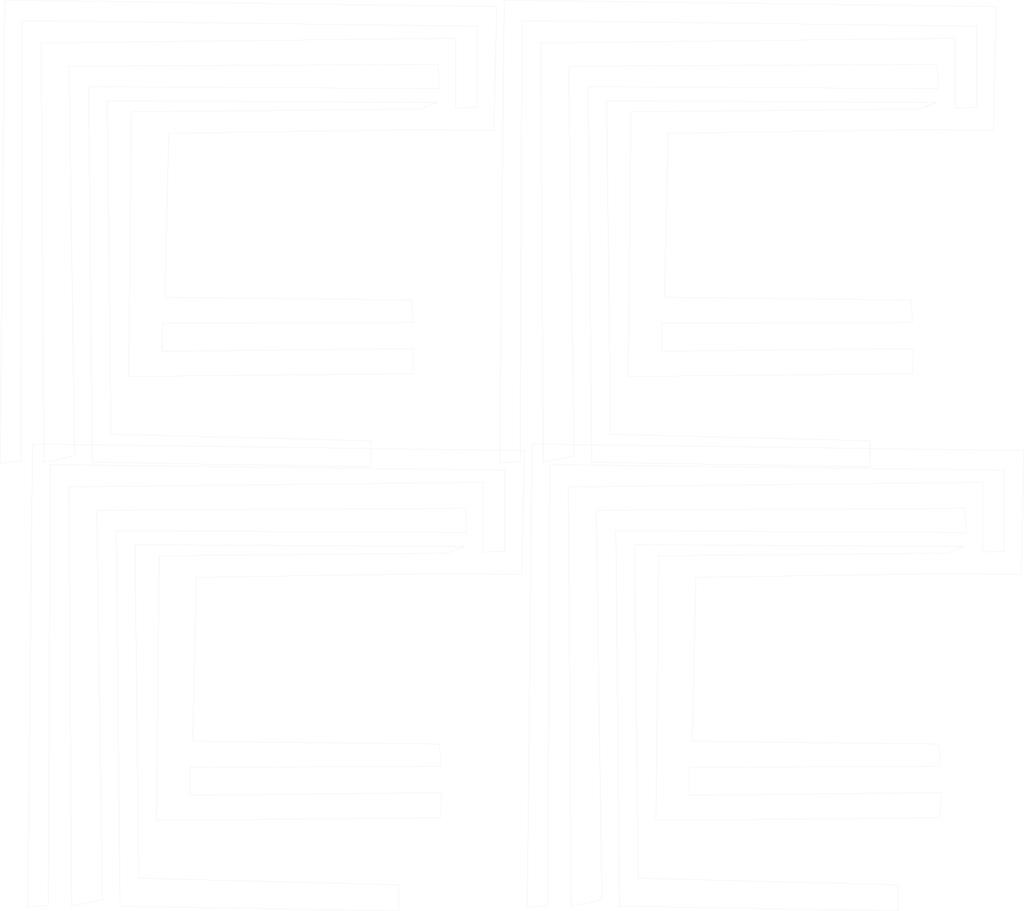
<source format=kicad_pcb>
(kicad_pcb (version 20221018) (generator pcbnew)

  (general
    (thickness 1.6)
  )

  (paper "A4")
  (layers
    (0 "F.Cu" signal)
    (31 "B.Cu" signal)
    (32 "B.Adhes" user "B.Adhesive")
    (33 "F.Adhes" user "F.Adhesive")
    (34 "B.Paste" user)
    (35 "F.Paste" user)
    (36 "B.SilkS" user "B.Silkscreen")
    (37 "F.SilkS" user "F.Silkscreen")
    (38 "B.Mask" user)
    (39 "F.Mask" user)
    (40 "Dwgs.User" user "User.Drawings")
    (41 "Cmts.User" user "User.Comments")
    (42 "Eco1.User" user "User.Eco1")
    (43 "Eco2.User" user "User.Eco2")
    (44 "Edge.Cuts" user)
    (45 "Margin" user)
    (46 "B.CrtYd" user "B.Courtyard")
    (47 "F.CrtYd" user "F.Courtyard")
    (48 "B.Fab" user)
    (49 "F.Fab" user)
    (50 "User.1" user)
    (51 "User.2" user)
    (52 "User.3" user)
    (53 "User.4" user)
    (54 "User.5" user)
    (55 "User.6" user)
    (56 "User.7" user)
    (57 "User.8" user)
    (58 "User.9" user)
  )

  (setup
    (stackup
      (layer "F.SilkS" (type "Top Silk Screen"))
      (layer "F.Paste" (type "Top Solder Paste"))
      (layer "F.Mask" (type "Top Solder Mask") (thickness 0.01))
      (layer "F.Cu" (type "copper") (thickness 0.035))
      (layer "dielectric 1" (type "core") (thickness 1.51) (material "FR4") (epsilon_r 4.5) (loss_tangent 0.02))
      (layer "B.Cu" (type "copper") (thickness 0.035))
      (layer "B.Mask" (type "Bottom Solder Mask") (thickness 0.01))
      (layer "B.Paste" (type "Bottom Solder Paste"))
      (layer "B.SilkS" (type "Bottom Silk Screen"))
      (layer "F.SilkS" (type "Top Silk Screen"))
      (layer "F.Paste" (type "Top Solder Paste"))
      (layer "F.Mask" (type "Top Solder Mask") (thickness 0.01))
      (layer "F.Cu" (type "copper") (thickness 0.035))
      (layer "dielectric 1" (type "core") (thickness 1.51) (material "FR4") (epsilon_r 4.5) (loss_tangent 0.02))
      (layer "B.Cu" (type "copper") (thickness 0.035))
      (layer "B.Mask" (type "Bottom Solder Mask") (thickness 0.01))
      (layer "B.Paste" (type "Bottom Solder Paste"))
      (layer "B.SilkS" (type "Bottom Silk Screen"))
      (layer "F.SilkS" (type "Top Silk Screen"))
      (layer "F.Paste" (type "Top Solder Paste"))
      (layer "F.Mask" (type "Top Solder Mask") (thickness 0.01))
      (layer "F.Cu" (type "copper") (thickness 0.035))
      (layer "dielectric 1" (type "core") (thickness 1.51) (material "FR4") (epsilon_r 4.5) (loss_tangent 0.02))
      (layer "B.Cu" (type "copper") (thickness 0.035))
      (layer "B.Mask" (type "Bottom Solder Mask") (thickness 0.01))
      (layer "B.Paste" (type "Bottom Solder Paste"))
      (layer "B.SilkS" (type "Bottom Silk Screen"))
      (layer "F.SilkS" (type "Top Silk Screen"))
      (layer "F.Paste" (type "Top Solder Paste"))
      (layer "F.Mask" (type "Top Solder Mask") (thickness 0.01))
      (layer "F.Cu" (type "copper") (thickness 0.035))
      (layer "dielectric 1" (type "core") (thickness 1.51) (material "FR4") (epsilon_r 4.5) (loss_tangent 0.02))
      (layer "B.Cu" (type "copper") (thickness 0.035))
      (layer "B.Mask" (type "Bottom Solder Mask") (thickness 0.01))
      (layer "B.Paste" (type "Bottom Solder Paste"))
      (layer "B.SilkS" (type "Bottom Silk Screen"))
      (copper_finish "None")
      (dielectric_constraints no)
    )
    (pad_to_mask_clearance 0)
    (pcbplotparams
      (layerselection 0x00010fc_ffffffff)
      (plot_on_all_layers_selection 0x0000000_00000000)
      (disableapertmacros false)
      (usegerberextensions false)
      (usegerberattributes true)
      (usegerberadvancedattributes true)
      (creategerberjobfile true)
      (dashed_line_dash_ratio 12.000000)
      (dashed_line_gap_ratio 3.000000)
      (svgprecision 4)
      (plotframeref false)
      (viasonmask false)
      (mode 1)
      (useauxorigin false)
      (hpglpennumber 1)
      (hpglpenspeed 20)
      (hpglpendiameter 15.000000)
      (dxfpolygonmode true)
      (dxfimperialunits true)
      (dxfusepcbnewfont true)
      (psnegative false)
      (psa4output false)
      (plotreference true)
      (plotvalue true)
      (plotinvisibletext false)
      (sketchpadsonfab false)
      (subtractmaskfromsilk false)
      (outputformat 1)
      (mirror false)
      (drillshape 1)
      (scaleselection 1)
      (outputdirectory "")
    )
  )

  (net 0 "")

  (gr_line (start 339.999937 295.88989) (end 340.329937 286.82989)
    (stroke (width 0.05) (type default)) (layer "Edge.Cuts") (tstamp 00fc81bd-67d5-4512-bb89-ee5c07077e96))
  (gr_line (start 69.679937 287.82989) (end 69.679937 277.75989)
    (stroke (width 0.05) (type default)) (layer "Edge.Cuts") (tstamp 0228d236-9856-4141-85a3-07c31d371986))
  (gr_line (start 208.119937 165.43989) (end 206.099937 25.08989)
    (stroke (width 0.05) (type default)) (layer "Edge.Cuts") (tstamp 025dc10f-c813-44b9-9612-7ced5f28e120))
  (gr_line (start 250.679937 268.35989) (end 252.029937 209.26989)
    (stroke (width 0.05) (type default)) (layer "Edge.Cuts") (tstamp 0579b8f0-5f52-48d7-a0bd-41be5470f17a))
  (gr_line (start 181.249937 168.12989) (end 188.639937 167.44989)
    (stroke (width 0.05) (type default)) (layer "Edge.Cuts") (tstamp 057ca292-c860-44b1-9f3e-30d54c51a8df))
  (gr_line (start 339.059937 24.41989) (end 339.399937 33.14989)
    (stroke (width 0.05) (type default)) (layer "Edge.Cuts") (tstamp 0645ab93-1f16-4ca6-84de-5b88c9f490d2))
  (gr_line (start 221.209937 157.71989) (end 219.869937 37.50989)
    (stroke (width 0.05) (type default)) (layer "Edge.Cuts") (tstamp 084f1e77-a357-4a68-92a9-74a4788e4b39))
  (gr_line (start 219.869937 37.50989) (end 338.729937 38.18989)
    (stroke (width 0.05) (type default)) (layer "Edge.Cuts") (tstamp 08dbb900-9243-4d00-bac9-6535b97a5898))
  (gr_line (start 47.589937 136.89989) (end 149.999937 135.88989)
    (stroke (width 0.05) (type default)) (layer "Edge.Cuts") (tstamp 0cfaf3ac-cc20-43a5-a355-bd057e0f2a57))
  (gr_line (start 134.889937 169.46989) (end 134.889937 160.06989)
    (stroke (width 0.05) (type default)) (layer "Edge.Cuts") (tstamp 126e8e5b-33d1-4d40-86a3-b0fa5dbfe110))
  (gr_line (start 240.679937 108.35989) (end 242.029937 49.26989)
    (stroke (width 0.05) (type default)) (layer "Edge.Cuts") (tstamp 127f1962-ab55-4e1b-9ac0-4c4391f60955))
  (gr_line (start 59.679937 117.75989) (end 149.999937 117.42989)
    (stroke (width 0.05) (type default)) (layer "Edge.Cuts") (tstamp 12d56d2c-962d-4332-acbb-da9d169cd39f))
  (gr_line (start 27.039937 327.78989) (end 38.119937 325.43989)
    (stroke (width 0.05) (type default)) (layer "Edge.Cuts") (tstamp 142f4a84-2e54-4446-9f7b-a36f6bb9ddf2))
  (gr_line (start 330.329937 126.82989) (end 239.679937 127.82989)
    (stroke (width 0.05) (type default)) (layer "Edge.Cuts") (tstamp 1af61c4b-be49-4a7e-9261-c29877c299c7))
  (gr_line (start 159.999937 295.88989) (end 160.329937 286.82989)
    (stroke (width 0.05) (type default)) (layer "Edge.Cuts") (tstamp 1cadc64c-fa71-49ce-a4e7-cd39e7038a80))
  (gr_line (start 60.679937 108.35989) (end 62.029937 49.26989)
    (stroke (width 0.05) (type default)) (layer "Edge.Cuts") (tstamp 1dec6aef-cd91-4233-aef5-30409b5664e4))
  (gr_line (start 223.149937 192.47989) (end 224.489937 327.78989)
    (stroke (width 0.05) (type default)) (layer "Edge.Cuts") (tstamp 224bc28f-ddf1-49ff-a65f-bc3f4b8c5749))
  (gr_line (start 11.249937 328.12989) (end 18.639937 327.44989)
    (stroke (width 0.05) (type default)) (layer "Edge.Cuts") (tstamp 237e3756-b559-4073-b4a9-775a14922acf))
  (gr_line (start 175.439937 175.01989) (end 26.029937 176.69989)
    (stroke (width 0.05) (type default)) (layer "Edge.Cuts") (tstamp 2a00d885-d029-4a85-97bc-9fd35ac17db0))
  (gr_line (start 189.209937 208.25989) (end 190.219937 163.59989)
    (stroke (width 0.05) (type default)) (layer "Edge.Cuts") (tstamp 2aaf11ef-cb34-41b7-9dfb-bf60df9babda))
  (gr_line (start 249.679937 287.82989) (end 249.679937 277.75989)
    (stroke (width 0.05) (type default)) (layer "Edge.Cuts") (tstamp 2c2498d6-b54c-4f65-ae2c-fdde723a61be))
  (gr_line (start 34.489937 167.78989) (end 134.889937 169.46989)
    (stroke (width 0.05) (type default)) (layer "Edge.Cuts") (tstamp 2dd2a237-af67-44e2-a16f-98fec59edc58))
  (gr_line (start 33.149937 32.47989) (end 34.489937 167.78989)
    (stroke (width 0.05) (type default)) (layer "Edge.Cuts") (tstamp 2ea669bf-af2e-4405-9035-2707ec05e947))
  (gr_line (start 333.019937 47.91989) (end 359.209937 48.25989)
    (stroke (width 0.05) (type default)) (layer "Edge.Cuts") (tstamp 35fa8f3e-8b48-455e-86ad-b65a49fb6b13))
  (gr_line (start 218.119937 325.43989) (end 216.099937 185.08989)
    (stroke (width 0.05) (type default)) (layer "Edge.Cuts") (tstamp 39d13ec2-6fa4-4f97-af7c-18e1bd46a2e2))
  (gr_line (start 239.679937 127.82989) (end 239.679937 117.75989)
    (stroke (width 0.05) (type default)) (layer "Edge.Cuts") (tstamp 3c6545c8-cab1-4422-a4b9-bcc231a7cf46))
  (gr_line (start 345.439937 15.01989) (end 196.029937 16.69989)
    (stroke (width 0.05) (type default)) (layer "Edge.Cuts") (tstamp 3cdda1bb-4ce5-462d-b3e4-db83912488d4))
  (gr_line (start 165.439937 15.01989) (end 16.029937 16.69989)
    (stroke (width 0.05) (type default)) (layer "Edge.Cuts") (tstamp 3d505081-edc6-4c46-974f-c586f52edc61))
  (gr_line (start 239.679937 117.75989) (end 329.999937 117.42989)
    (stroke (width 0.05) (type default)) (layer "Edge.Cuts") (tstamp 3e321144-57df-4f2f-9fdb-0c806479425c))
  (gr_line (start 353.159937 10.64989) (end 353.159937 39.85989)
    (stroke (width 0.05) (type default)) (layer "Edge.Cuts") (tstamp 3fe92c66-b471-4760-95c7-cc47e0d8b738))
  (gr_line (start 342.349937 200.53989) (end 238.599937 201.53989)
    (stroke (width 0.05) (type default)) (layer "Edge.Cuts") (tstamp 44a6bf5f-eb37-4e79-9c30-c8e5017b193e))
  (gr_line (start 159.059937 24.41989) (end 159.399937 33.14989)
    (stroke (width 0.05) (type default)) (layer "Edge.Cuts") (tstamp 46ed52f9-8071-461a-b6d5-02b399e82038))
  (gr_line (start 198.639937 327.44989) (end 199.309937 168.63989)
    (stroke (width 0.05) (type default)) (layer "Edge.Cuts") (tstamp 486319a5-9acc-46cb-93a5-0e3b76432258))
  (gr_line (start 153.019937 47.91989) (end 179.209937 48.25989)
    (stroke (width 0.05) (type default)) (layer "Edge.Cuts") (tstamp 486b13e1-2742-4721-a66d-c0578f0c163b))
  (gr_line (start 51.209937 317.71989) (end 49.869937 197.50989)
    (stroke (width 0.05) (type default)) (layer "Edge.Cuts") (tstamp 4d8c2aa3-fb92-4bde-bac7-b3f457dfe4ff))
  (gr_line (start 182.929937 1.24989) (end 181.249937 168.12989)
    (stroke (width 0.05) (type default)) (layer "Edge.Cuts") (tstamp 51847a6a-0b87-4227-96a4-dcf11ad0dc16))
  (gr_line (start 159.999937 277.42989) (end 159.659937 269.36989)
    (stroke (width 0.05) (type default)) (layer "Edge.Cuts") (tstamp 530c96f5-d93a-4b72-950e-18b745142af0))
  (gr_line (start 345.439937 40.19989) (end 345.439937 15.01989)
    (stroke (width 0.05) (type default)) (layer "Edge.Cuts") (tstamp 53a455f1-3738-4204-b191-dd0e1b902105))
  (gr_line (start 183.159937 199.85989) (end 175.439937 200.19989)
    (stroke (width 0.05) (type default)) (layer "Edge.Cuts") (tstamp 54e8d0c7-92a5-4f79-9a00-8604aee17045))
  (gr_line (start 134.889937 160.06989) (end 41.209937 157.71989)
    (stroke (width 0.05) (type default)) (layer "Edge.Cuts") (tstamp 5a238968-0aac-4699-b2ca-83e9c6d29d9e))
  (gr_line (start 355.439937 175.01989) (end 206.029937 176.69989)
    (stroke (width 0.05) (type default)) (layer "Edge.Cuts") (tstamp 5c6517d9-f352-473d-8fb0-a5ad33e60819))
  (gr_line (start 238.599937 201.53989) (end 237.589937 296.89989)
    (stroke (width 0.05) (type default)) (layer "Edge.Cuts") (tstamp 5d37570e-ffff-41b3-9415-7ae0e89ce566))
  (gr_line (start 62.029937 49.26989) (end 153.019937 47.91989)
    (stroke (width 0.05) (type default)) (layer "Edge.Cuts") (tstamp 5e1458d2-5fe3-492b-b31f-c239d5287be4))
  (gr_line (start 36.099937 185.08989) (end 169.059937 184.41989)
    (stroke (width 0.05) (type default)) (layer "Edge.Cuts") (tstamp 5e774a0d-2fba-4979-854d-12d656615a47))
  (gr_line (start 338.729937 38.18989) (end 332.349937 40.53989)
    (stroke (width 0.05) (type default)) (layer "Edge.Cuts") (tstamp 5f5d96f1-11bf-4fd1-8b19-8bd8920a1b93))
  (gr_line (start 17.039937 167.78989) (end 28.119937 165.43989)
    (stroke (width 0.05) (type default)) (layer "Edge.Cuts") (tstamp 600bee74-f052-45be-8323-45df678ff095))
  (gr_line (start 169.059937 184.41989) (end 169.399937 193.14989)
    (stroke (width 0.05) (type default)) (layer "Edge.Cuts") (tstamp 60383cd7-4d89-4d16-9cfb-13f17e0fca8f))
  (gr_line (start 162.349937 200.53989) (end 58.599937 201.53989)
    (stroke (width 0.05) (type default)) (layer "Edge.Cuts") (tstamp 60a5ae57-6de1-4ef4-98fb-73b80684cbd7))
  (gr_line (start 175.439937 200.19989) (end 175.439937 175.01989)
    (stroke (width 0.05) (type default)) (layer "Edge.Cuts") (tstamp 61045f86-cf81-4f19-8fc7-019de0bcf2c6))
  (gr_line (start 158.729937 38.18989) (end 152.349937 40.53989)
    (stroke (width 0.05) (type default)) (layer "Edge.Cuts") (tstamp 61d46165-ae87-40b8-bcf4-65b5503deaa6))
  (gr_line (start 39.869937 37.50989) (end 158.729937 38.18989)
    (stroke (width 0.05) (type default)) (layer "Edge.Cuts") (tstamp 62b7d755-1e97-494d-a440-4cb717964247))
  (gr_line (start 237.589937 296.89989) (end 339.999937 295.88989)
    (stroke (width 0.05) (type default)) (layer "Edge.Cuts") (tstamp 65a558fc-a0bd-45e1-b99e-02085881f6cb))
  (gr_line (start 339.999937 277.42989) (end 339.659937 269.36989)
    (stroke (width 0.05) (type default)) (layer "Edge.Cuts") (tstamp 6767b368-e22e-404d-8ed5-9ff2786b1d7a))
  (gr_line (start 197.039937 167.78989) (end 208.119937 165.43989)
    (stroke (width 0.05) (type default)) (layer "Edge.Cuts") (tstamp 6bd1984d-8615-427f-b077-7c5256009414))
  (gr_line (start 179.209937 48.25989) (end 180.219937 3.59989)
    (stroke (width 0.05) (type default)) (layer "Edge.Cuts") (tstamp 6c113493-2da8-4a04-a9ae-4f42130b0e1b))
  (gr_line (start 165.439937 40.19989) (end 165.439937 15.01989)
    (stroke (width 0.05) (type default)) (layer "Edge.Cuts") (tstamp 725c7d64-5323-44d4-b662-280fb998088c))
  (gr_line (start 207.039937 327.78989) (end 218.119937 325.43989)
    (stroke (width 0.05) (type default)) (layer "Edge.Cuts") (tstamp 73944afc-870b-47b2-84d9-4af616c529a9))
  (gr_line (start 12.929937 161.24989) (end 11.249937 328.12989)
    (stroke (width 0.05) (type default)) (layer "Edge.Cuts") (tstamp 7a2b1c90-029c-4d8b-9fb2-b16edbce4821))
  (gr_line (start 2.929937 1.24989) (end 1.249937 168.12989)
    (stroke (width 0.05) (type default)) (layer "Edge.Cuts") (tstamp 7b0a8574-ebe1-4570-8566-0582e41e1181))
  (gr_line (start 196.029937 16.69989) (end 197.039937 167.78989)
    (stroke (width 0.05) (type default)) (layer "Edge.Cuts") (tstamp 7c05e22c-e62b-45dc-81d9-f68f3293db86))
  (gr_line (start 343.019937 207.91989) (end 369.209937 208.25989)
    (stroke (width 0.05) (type default)) (layer "Edge.Cuts") (tstamp 7d06633c-9f7c-4296-8423-38c1bd74f448))
  (gr_line (start 159.659937 269.36989) (end 70.679937 268.35989)
    (stroke (width 0.05) (type default)) (layer "Edge.Cuts") (tstamp 7d296a0d-ebc4-4387-b464-1862444bbc63))
  (gr_line (start 355.439937 200.19989) (end 355.439937 175.01989)
    (stroke (width 0.05) (type default)) (layer "Edge.Cuts") (tstamp 7d67c37f-2337-472b-ba26-a937c7a745b3))
  (gr_line (start 43.149937 192.47989) (end 44.489937 327.78989)
    (stroke (width 0.05) (type default)) (layer "Edge.Cuts") (tstamp 7e422d43-9f48-4701-b2d7-9591305ea727))
  (gr_line (start 214.489937 167.78989) (end 314.889937 169.46989)
    (stroke (width 0.05) (type default)) (layer "Edge.Cuts") (tstamp 7ecebcf7-8316-4a15-b385-debdc8e24cf9))
  (gr_line (start 249.679937 277.75989) (end 339.999937 277.42989)
    (stroke (width 0.05) (type default)) (layer "Edge.Cuts") (tstamp 7eea30fc-73bb-4f30-bb81-c7605ac4c71d))
  (gr_line (start 160.329937 286.82989) (end 69.679937 287.82989)
    (stroke (width 0.05) (type default)) (layer "Edge.Cuts") (tstamp 7f579944-b9e9-4ed4-b134-e8de1ca9d56a))
  (gr_line (start 324.889937 329.46989) (end 324.889937 320.06989)
    (stroke (width 0.05) (type default)) (layer "Edge.Cuts") (tstamp 7f66f8e2-e2d1-41fd-ad11-8796ed2d89fb))
  (gr_line (start 339.659937 269.36989) (end 250.679937 268.35989)
    (stroke (width 0.05) (type default)) (layer "Edge.Cuts") (tstamp 7f8ef6c5-6cb4-4529-8cd3-360c5bc52119))
  (gr_line (start 206.029937 176.69989) (end 207.039937 327.78989)
    (stroke (width 0.05) (type default)) (layer "Edge.Cuts") (tstamp 8181b501-24f1-4a22-b98b-2a2ac708a933))
  (gr_line (start 369.209937 208.25989) (end 370.219937 163.59989)
    (stroke (width 0.05) (type default)) (layer "Edge.Cuts") (tstamp 83e262a5-987e-4710-97cd-5fda1a534559))
  (gr_line (start 149.999937 117.42989) (end 149.659937 109.36989)
    (stroke (width 0.05) (type default)) (layer "Edge.Cuts") (tstamp 85ef1915-c16c-4e77-aeea-d7e7af355da6))
  (gr_line (start 370.219937 163.59989) (end 192.929937 161.24989)
    (stroke (width 0.05) (type default)) (layer "Edge.Cuts") (tstamp 876f15a6-a73a-4ea5-8cbb-b88d2a8ba26d))
  (gr_line (start 149.999937 135.88989) (end 150.329937 126.82989)
    (stroke (width 0.05) (type default)) (layer "Edge.Cuts") (tstamp 88cd278a-42d2-4900-8afa-0b5720cc1e64))
  (gr_line (start 19.309937 168.63989) (end 183.159937 170.64989)
    (stroke (width 0.05) (type default)) (layer "Edge.Cuts") (tstamp 90587e2f-9469-441a-8dca-bbef4fb623c1))
  (gr_line (start 16.029937 16.69989) (end 17.039937 167.78989)
    (stroke (width 0.05) (type default)) (layer "Edge.Cuts") (tstamp 90868429-e375-431d-a2d5-fde031e4f17a))
  (gr_line (start 231.209937 317.71989) (end 229.869937 197.50989)
    (stroke (width 0.05) (type default)) (layer "Edge.Cuts") (tstamp 934ab99b-254b-4db4-8017-3b903bed9fcf))
  (gr_line (start 1.249937 168.12989) (end 8.639937 167.44989)
    (stroke (width 0.05) (type default)) (layer "Edge.Cuts") (tstamp 9403a060-6b2b-4964-9498-b3027c943a90))
  (gr_line (start 183.159937 170.64989) (end 183.159937 199.85989)
    (stroke (width 0.05) (type default)) (layer "Edge.Cuts") (tstamp 950c7ec3-2b3e-4ac3-82b4-e6deb80c4a32))
  (gr_line (start 353.159937 39.85989) (end 345.439937 40.19989)
    (stroke (width 0.05) (type default)) (layer "Edge.Cuts") (tstamp 96a1d1d0-69ee-4bf6-b76e-8574c326428b))
  (gr_line (start 189.309937 8.63989) (end 353.159937 10.64989)
    (stroke (width 0.05) (type default)) (layer "Edge.Cuts") (tstamp 98b74370-af86-4bba-944b-319e939bdb4b))
  (gr_line (start 188.639937 167.44989) (end 189.309937 8.63989)
    (stroke (width 0.05) (type default)) (layer "Edge.Cuts") (tstamp 9c89b31b-4d6c-419d-9349-b542bcbf7034))
  (gr_line (start 26.099937 25.08989) (end 159.059937 24.41989)
    (stroke (width 0.05) (type default)) (layer "Edge.Cuts") (tstamp a02a0b2f-3164-4bb1-9063-8280a675345f))
  (gr_line (start 149.659937 109.36989) (end 60.679937 108.35989)
    (stroke (width 0.05) (type default)) (layer "Edge.Cuts") (tstamp a191423f-772b-4b33-8071-65e2ee884e64))
  (gr_line (start 206.099937 25.08989) (end 339.059937 24.41989)
    (stroke (width 0.05) (type default)) (layer "Edge.Cuts") (tstamp a320a28f-8743-4bfa-ae02-64a7255b1e3b))
  (gr_line (start 173.159937 39.85989) (end 165.439937 40.19989)
    (stroke (width 0.05) (type default)) (layer "Edge.Cuts") (tstamp a42f8620-b114-4e59-858d-5b3ec2417d3e))
  (gr_line (start 324.889937 320.06989) (end 231.209937 317.71989)
    (stroke (width 0.05) (type default)) (layer "Edge.Cuts") (tstamp a8d66027-9576-49a9-8f3b-94433827d40d))
  (gr_line (start 329.999937 135.88989) (end 330.329937 126.82989)
    (stroke (width 0.05) (type default)) (layer "Edge.Cuts") (tstamp a918244c-2563-45b8-8630-860c32b809b4))
  (gr_line (start 340.329937 286.82989) (end 249.679937 287.82989)
    (stroke (width 0.05) (type default)) (layer "Edge.Cuts") (tstamp a925fbf5-653d-4c4c-849e-69b2bd131230))
  (gr_line (start 69.679937 277.75989) (end 159.999937 277.42989)
    (stroke (width 0.05) (type default)) (layer "Edge.Cuts") (tstamp a9459328-95bf-4990-92ba-47e59f57274b))
  (gr_line (start 48.599937 41.53989) (end 47.589937 136.89989)
    (stroke (width 0.05) (type default)) (layer "Edge.Cuts") (tstamp a9b0c978-1016-4a03-821c-96bce9113bcf))
  (gr_line (start 227.589937 136.89989) (end 329.999937 135.88989)
    (stroke (width 0.05) (type default)) (layer "Edge.Cuts") (tstamp aa630189-c434-4b74-8ed4-17d9c3e3ddc3))
  (gr_line (start 224.489937 327.78989) (end 324.889937 329.46989)
    (stroke (width 0.05) (type default)) (layer "Edge.Cuts") (tstamp aaf5d60e-b703-48bf-819c-517f02a7ac57))
  (gr_line (start 199.309937 168.63989) (end 363.159937 170.64989)
    (stroke (width 0.05) (type default)) (layer "Edge.Cuts") (tstamp acb5957a-ae7f-4139-ba73-adec609c1ea4))
  (gr_line (start 363.159937 199.85989) (end 355.439937 200.19989)
    (stroke (width 0.05) (type default)) (layer "Edge.Cuts") (tstamp b1632a8f-40ec-47f6-b0bf-b18fa735574d))
  (gr_line (start 159.399937 33.14989) (end 33.149937 32.47989)
    (stroke (width 0.05) (type default)) (layer "Edge.Cuts") (tstamp b19c379c-069b-4b19-aa41-ee5d8b87c382))
  (gr_line (start 314.889937 160.06989) (end 221.209937 157.71989)
    (stroke (width 0.05) (type default)) (layer "Edge.Cuts") (tstamp b4863e2b-c7ef-4f93-8184-c3c3b91fd479))
  (gr_line (start 213.149937 32.47989) (end 214.489937 167.78989)
    (stroke (width 0.05) (type default)) (layer "Edge.Cuts") (tstamp b737963e-3b88-472b-a088-6846f301276c))
  (gr_line (start 152.349937 40.53989) (end 48.599937 41.53989)
    (stroke (width 0.05) (type default)) (layer "Edge.Cuts") (tstamp b97ca4df-d08e-465d-8482-4151bd9c57c0))
  (gr_line (start 57.589937 296.89989) (end 159.999937 295.88989)
    (stroke (width 0.05) (type default)) (layer "Edge.Cuts") (tstamp bb37c6c6-5e68-40f3-af1d-35e937a1a5cf))
  (gr_line (start 28.119937 165.43989) (end 26.099937 25.08989)
    (stroke (width 0.05) (type default)) (layer "Edge.Cuts") (tstamp bb4c7f15-425b-4f53-ab1c-211213d43c1a))
  (gr_line (start 229.869937 197.50989) (end 348.729937 198.18989)
    (stroke (width 0.05) (type default)) (layer "Edge.Cuts") (tstamp bfc14a4a-80e3-478d-916b-c42e9bb2d79d))
  (gr_line (start 329.659937 109.36989) (end 240.679937 108.35989)
    (stroke (width 0.05) (type default)) (layer "Edge.Cuts") (tstamp c0041761-15d3-45b7-829d-8cbad973e8ef))
  (gr_line (start 349.059937 184.41989) (end 349.399937 193.14989)
    (stroke (width 0.05) (type default)) (layer "Edge.Cuts") (tstamp c0533a3d-a94c-4f48-bccb-802112bf132a))
  (gr_line (start 72.029937 209.26989) (end 163.019937 207.91989)
    (stroke (width 0.05) (type default)) (layer "Edge.Cuts") (tstamp c81bb1e2-d115-4efc-a856-33f9f0d13a08))
  (gr_line (start 173.159937 10.64989) (end 173.159937 39.85989)
    (stroke (width 0.05) (type default)) (layer "Edge.Cuts") (tstamp cb815bac-9773-469d-98dc-9361f0527592))
  (gr_line (start 26.029937 176.69989) (end 27.039937 327.78989)
    (stroke (width 0.05) (type default)) (layer "Edge.Cuts") (tstamp cc4a52f9-1dad-4b1d-94bd-689120c17bdf))
  (gr_line (start 348.729937 198.18989) (end 342.349937 200.53989)
    (stroke (width 0.05) (type default)) (layer "Edge.Cuts") (tstamp d06da3be-3f80-4f84-b7ba-fef2b4e23566))
  (gr_line (start 70.679937 268.35989) (end 72.029937 209.26989)
    (stroke (width 0.05) (type default)) (layer "Edge.Cuts") (tstamp d09c54b7-a245-4da8-9a5d-dc700570c4fc))
  (gr_line (start 228.599937 41.53989) (end 227.589937 136.89989)
    (stroke (width 0.05) (type default)) (layer "Edge.Cuts") (tstamp d0a7233f-c389-45f0-b8a5-e7564a583c4c))
  (gr_line (start 252.029937 209.26989) (end 343.019937 207.91989)
    (stroke (width 0.05) (type default)) (layer "Edge.Cuts") (tstamp d3b45931-be25-4a96-bbc3-056e690d22b5))
  (gr_line (start 41.209937 157.71989) (end 39.869937 37.50989)
    (stroke (width 0.05) (type default)) (layer "Edge.Cuts") (tstamp d5f9cd8e-95fb-428f-9cc8-8a831d586314))
  (gr_line (start 44.489937 327.78989) (end 144.889937 329.46989)
    (stroke (width 0.05) (type default)) (layer "Edge.Cuts") (tstamp d9d662f0-d923-4a8b-8f1d-36dca191c748))
  (gr_line (start 314.889937 169.46989) (end 314.889937 160.06989)
    (stroke (width 0.05) (type default)) (layer "Edge.Cuts") (tstamp d9d902fd-637f-467d-a8ec-18c2e96b1d46))
  (gr_line (start 169.399937 193.14989) (end 43.149937 192.47989)
    (stroke (width 0.05) (type default)) (layer "Edge.Cuts") (tstamp da7b233c-f66b-4753-81f7-fa7e791de0ca))
  (gr_line (start 363.159937 170.64989) (end 363.159937 199.85989)
    (stroke (width 0.05) (type default)) (layer "Edge.Cuts") (tstamp dd972b85-06ba-4b4c-8b06-9d39ec83a701))
  (gr_line (start 18.639937 327.44989) (end 19.309937 168.63989)
    (stroke (width 0.05) (type default)) (layer "Edge.Cuts") (tstamp de4d1ec6-5b84-4c50-8826-b1133154efb9))
  (gr_line (start 329.999937 117.42989) (end 329.659937 109.36989)
    (stroke (width 0.05) (type default)) (layer "Edge.Cuts") (tstamp e0a6d031-97c0-48df-a182-a6f528426f2f))
  (gr_line (start 38.119937 325.43989) (end 36.099937 185.08989)
    (stroke (width 0.05) (type default)) (layer "Edge.Cuts") (tstamp e1967398-9f5b-4cec-9ae8-3d0e07fa7d36))
  (gr_line (start 339.399937 33.14989) (end 213.149937 32.47989)
    (stroke (width 0.05) (type default)) (layer "Edge.Cuts") (tstamp e1e26b15-42c8-4be1-9bd0-65320d06aaf0))
  (gr_line (start 190.219937 163.59989) (end 12.929937 161.24989)
    (stroke (width 0.05) (type default)) (layer "Edge.Cuts") (tstamp e24d0d8f-84cc-43e4-9225-7467c6cfade7))
  (gr_line (start 192.929937 161.24989) (end 191.249937 328.12989)
    (stroke (width 0.05) (type default)) (layer "Edge.Cuts") (tstamp e298f812-b026-4377-af82-7f77a60a0cc9))
  (gr_line (start 49.869937 197.50989) (end 168.729937 198.18989)
    (stroke (width 0.05) (type default)) (layer "Edge.Cuts") (tstamp e72b6e65-e2e0-4a94-a530-f69b7b68c542))
  (gr_line (start 332.349937 40.53989) (end 228.599937 41.53989)
    (stroke (width 0.05) (type default)) (layer "Edge.Cuts") (tstamp e8c53810-179f-4fae-8ef9-0b04d32628bd))
  (gr_line (start 168.729937 198.18989) (end 162.349937 200.53989)
    (stroke (width 0.05) (type default)) (layer "Edge.Cuts") (tstamp ea7c2459-a870-42c6-81ee-5963f258843f))
  (gr_line (start 359.209937 48.25989) (end 360.219937 3.59989)
    (stroke (width 0.05) (type default)) (layer "Edge.Cuts") (tstamp ebc6e856-e73f-4438-8cfc-a723a3813088))
  (gr_line (start 163.019937 207.91989) (end 189.209937 208.25989)
    (stroke (width 0.05) (type default)) (layer "Edge.Cuts") (tstamp ed32019c-4db4-4a9f-a0a8-33b42c7024a0))
  (gr_line (start 59.679937 127.82989) (end 59.679937 117.75989)
    (stroke (width 0.05) (type default)) (layer "Edge.Cuts") (tstamp ededaea0-1687-45e8-b2f7-35121515fa1d))
  (gr_line (start 144.889937 329.46989) (end 144.889937 320.06989)
    (stroke (width 0.05) (type default)) (layer "Edge.Cuts") (tstamp ee9c45fb-f4b7-40d8-aa6e-a4d3d6e1b5fc))
  (gr_line (start 58.599937 201.53989) (end 57.589937 296.89989)
    (stroke (width 0.05) (type default)) (layer "Edge.Cuts") (tstamp ef4f7363-3f29-43d0-9b1c-3ee881a8aa0e))
  (gr_line (start 180.219937 3.59989) (end 2.929937 1.24989)
    (stroke (width 0.05) (type default)) (layer "Edge.Cuts") (tstamp f246d67b-fd30-4f15-9eee-c83a9c8f7bd3))
  (gr_line (start 349.399937 193.14989) (end 223.149937 192.47989)
    (stroke (width 0.05) (type default)) (layer "Edge.Cuts") (tstamp f5d9f596-3a61-4286-a391-677791216331))
  (gr_line (start 8.639937 167.44989) (end 9.309937 8.63989)
    (stroke (width 0.05) (type default)) (layer "Edge.Cuts") (tstamp f8ffe400-52ee-465f-a266-2fbfd0ce0b6c))
  (gr_line (start 150.329937 126.82989) (end 59.679937 127.82989)
    (stroke (width 0.05) (type default)) (layer "Edge.Cuts") (tstamp fbc5a303-9106-440d-a9f8-4920734b4cc6))
  (gr_line (start 191.249937 328.12989) (end 198.639937 327.44989)
    (stroke (width 0.05) (type default)) (layer "Edge.Cuts") (tstamp fc4c20d1-f9db-467f-81dd-d0058635b927))
  (gr_line (start 144.889937 320.06989) (end 51.209937 317.71989)
    (stroke (width 0.05) (type default)) (layer "Edge.Cuts") (tstamp fcb4d78a-67ed-4411-a438-40d2608402b9))
  (gr_line (start 9.309937 8.63989) (end 173.159937 10.64989)
    (stroke (width 0.05) (type default)) (layer "Edge.Cuts") (tstamp fcc365b6-b45e-4e41-9c63-a3d2629b1a9e))
  (gr_line (start 242.029937 49.26989) (end 333.019937 47.91989)
    (stroke (width 0.05) (type default)) (layer "Edge.Cuts") (tstamp fe76fc44-6129-4185-8acb-20cdec04625c))
  (gr_line (start 360.219937 3.59989) (end 182.929937 1.24989)
    (stroke (width 0.05) (type default)) (layer "Edge.Cuts") (tstamp ff0b0ce8-d224-4079-adcc-692018e81271))
  (gr_line (start 216.099937 185.08989) (end 349.059937 184.41989)
    (stroke (width 0.05) (type default)) (layer "Edge.Cuts") (tstamp ff0e7e57-59b9-4347-864f-c7f33ced7b01))

)

</source>
